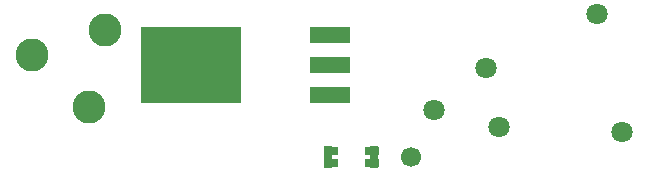
<source format=gts>
G04*
G04 #@! TF.GenerationSoftware,Altium Limited,Altium Designer,21.9.1 (22)*
G04*
G04 Layer_Color=8388736*
%FSLAX42Y42*%
%MOMM*%
G71*
G04*
G04 #@! TF.SameCoordinates,8665F69C-080D-4A0F-83C7-313B9D7BD581*
G04*
G04*
G04 #@! TF.FilePolarity,Negative*
G04*
G01*
G75*
%ADD18R,3.49X1.40*%
%ADD19R,8.46X6.55*%
%ADD20R,0.80X1.85*%
%ADD21R,1.30X0.78*%
%ADD22C,1.80*%
%ADD23C,2.80*%
%ADD24C,1.70*%
D18*
X9042Y5829D02*
D03*
Y6083D02*
D03*
Y6337D02*
D03*
D19*
X7863Y6083D02*
D03*
D20*
X9415Y5309D02*
D03*
X9025D02*
D03*
D21*
X9390Y5362D02*
D03*
Y5255D02*
D03*
X9050D02*
D03*
Y5362D02*
D03*
D22*
X10360Y6060D02*
D03*
X9915Y5706D02*
D03*
X11511Y5524D02*
D03*
X11302Y6518D02*
D03*
X10465Y5563D02*
D03*
D23*
X7130Y6380D02*
D03*
X6515Y6172D02*
D03*
X6994Y5734D02*
D03*
D24*
X9728Y5309D02*
D03*
M02*

</source>
